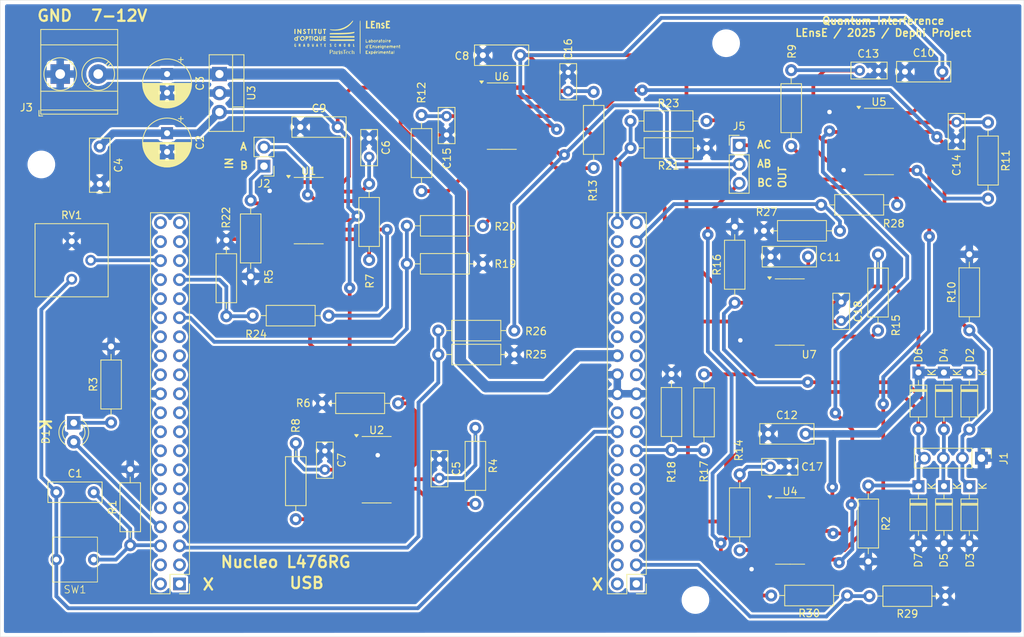
<source format=kicad_pcb>
(kicad_pcb (version 20240108) (generator "pcbnew") (generator_version "8.0")
  (layers (0 "F.Cu" signal) (31 "B.Cu" signal) (34 "B.Paste" user) (35 "F.Paste" user) (36 "B.SilkS" user "B.Silkscreen") (37 "F.SilkS" user "F.Silkscreen") (38 "B.Mask" user) (39 "F.Mask" user) (44 "Edge.Cuts" user))
  (net 0 "")
  (net 1 "GND")
  (net 2 "SW1_OUT")
  (net 3 "Net-(U2B-~{S})")
  (net 4 "VIN")
  (net 5 "5V_NUC")
  (net 6 "Net-(U1B-~{R})")
  (net 13 "3.3V_NUC")
  (net 14 "Net-(U2A-~{S})")
  (net 15 "Net-(U5A-~{S})")
  (net 16 "Net-(U5B-~{R})")
  (net 18 "POT_OUT")
  (net 20 "USER_BUTTON")
  (net 22 "LED_OUT")
  (net 34 "Net-(U6A-~{S})")
  (net 40 "Net-(U6B-~{R})")
  (net 41 "Net-(U4A-~{R})")
  (net 44 "Net-(U7B-~{S})")
  (net 45 "A2in")
  (net 46 "Net-(D1-K)")
  (net 47 "C2in")
  (net 50 "B2in")
  (net 59 "5V")
  (net 72 "A2out_nuc")
  (net 73 "AC2out_nuc")
  (net 78 "B2out_nuc")
  (net 82 "AB2out_nuc")
  (net 85 "ABCout_nuc")
  (net 87 "BC2out_nuc")
  (net 89 "Net-(U2B-Q)")
  (net 90 "Bin")
  (net 91 "Ain")
  (net 92 "Net-(U1B-~{Q})")
  (net 93 "Net-(U2A-Q)")
  (net 94 "Net-(U5A-Q)")
  (net 95 "Net-(U5B-~{Q})")
  (net 96 "Net-(U6A-Q)")
  (net 97 "Net-(U6B-~{Q})")
  (net 98 "Net-(U4A-~{Q})")
  (net 99 "Net-(U7B-Q)")
  (net 100 "B2out")
  (net 101 "A2out")
  (net 102 "C2out_nuc")
  (net 103 "C2out")
  (net 104 "ABCout")
  (net 105 "AB2out")
  (net 106 "AC2out")
  (net 107 "BC2out")
  (net 108 "Net-(U1A-Q)")
  (net 109 "Net-(U1A-~{Q})")
  (net 110 "Aout")
  (net 111 "Bout")
  (net 112 "Net-(U4A-C)")
  (net 113 "Net-(U4B-Q)")
  (net 114 "Net-(U4B-~{Q})")
  (net 115 "Net-(U7A-~{Q})")
  (footprint "Connector_PinHeader_2.54mm:PinHeader_2x20_P2.54mm_Vertical" (layer "F.Cu") (at 208.5 143.44 180)
    (property "Reference" "J4" (hide yes))
    (property "Value" "Morpho_Gauche" (hide yes))
  )
  (footprint "Connector_PinHeader_2.54mm:PinHeader_2x20_P2.54mm_Vertical" (layer "F.Cu") (at 147.460001 143.44 180)
    (property "Reference" "J7" (hide yes))
    (property "Value" "Morpho_Droite" (hide yes))
  )
  (footprint "Capacitor_THT:C_Rect_L4.6mm_W2.0mm_P2.50mm_MKS02_FKP02" (layer "F.Cu") (at 166.88 125.67 -90)
    (property "Reference" "C7")
    (property "Value" "220pF")
  )
  (footprint "Connector_PinHeader_2.54mm:PinHeader_1x03_P2.54mm_Vertical" (layer "F.Cu") (at 222.25 84.836)
    (property "Reference" "J5")
    (property "Value" "chan3_out")
  )
  (footprint "Potentiometer_THT:Potentiometer_Bourns_3386P_Vertical" (layer "F.Cu") (at 133.06 102.74)
    (property "Reference" "RV1")
    (property "Value" "22k")
  )
  (footprint "Capacitor_THT:C_Rect_L4.6mm_W2.0mm_P2.50mm_MKS02_FKP02" (layer "F.Cu") (at 182.2 126.8 -90)
    (property "Reference" "C5")
    (property "Value" "220pF")
  )
  (footprint "Resistor_THT:R_Axial_DIN0207_L6.3mm_D2.5mm_P10.16mm_Horizontal" (layer "F.Cu") (at 177.84 95.6)
    (property "Reference" "R20")
    (property "Value" "2.2k")
  )
  (footprint "LED_THT:LED_D3.0mm_Clear" (layer "F.Cu") (at 133.335 121.925 -90)
    (property "Reference" "D1")
    (property "Value" "LED")
  )
  (footprint "Resistor_THT:R_Axial_DIN0207_L6.3mm_D2.5mm_P10.16mm_Horizontal" (layer "F.Cu") (at 138.32 121.88 90)
    (property "Reference" "R3")
    (property "Value" "100")
  )
  (footprint "Resistor_THT:R_Axial_DIN0207_L6.3mm_D2.5mm_P10.16mm_Horizontal" (layer "F.Cu") (at 187 122.6 -90)
    (property "Reference" "R4")
    (property "Value" "1k")
  )
  (footprint "Resistor_THT:R_Axial_DIN0207_L6.3mm_D2.5mm_P10.16mm_Horizontal" (layer "F.Cu") (at 202.8 77.7 -90)
    (property "Reference" "R13")
    (property "Value" "1k")
  )
  (footprint "Capacitor_THT:C_Rect_L7.0mm_W2.5mm_P5.00mm" (layer "F.Cu") (at 244.4 75)
    (property "Reference" "C10")
    (property "Value" "100nF")
  )
  (footprint "Diode_THT:D_DO-35_SOD27_P7.62mm_Horizontal" (layer "F.Cu") (at 249.61 130.39 -90)
    (property "Reference" "D5")
    (property "Value" "1N4148")
  )
  (footprint "Package_SO:SO-14_3.9x8.65mm_P1.27mm" (layer "F.Cu") (at 164.725 93.565)
    (property "Reference" "U1")
    (property "Value" "74HCT74")
  )
  (footprint "Connector_PinHeader_2.54mm:PinHeader_1x04_P2.54mm_Vertical" (layer "F.Cu") (at 254.61 126.65 -90)
    (property "Reference" "J1")
    (property "Value" "Inputs")
  )
  (footprint "Capacitor_THT:C_Rect_L4.6mm_W2.0mm_P2.50mm_MKS02_FKP02" (layer "F.Cu") (at 240.85 74.85 180)
    (property "Reference" "C13")
    (property "Value" "220pF")
  )
  (footprint "Diode_THT:D_DO-35_SOD27_P7.62mm_Horizontal" (layer "F.Cu") (at 246.2 130.4 -90)
    (property "Reference" "D7")
    (property "Value" "1N4148")
  )
  (footprint "Capacitor_THT:C_Rect_L4.6mm_W2.0mm_P2.50mm_MKS02_FKP02" (layer "F.Cu") (at 172.8 83.9 -90)
    (property "Reference" "C6")
    (property "Value" "220pF")
  )
  (footprint "Resistor_THT:R_Axial_DIN0207_L6.3mm_D2.5mm_P10.16mm_Horizontal" (layer "F.Cu") (at 156.972 92.202 -90)
    (property "Reference" "R5")
    (property "Value" "50")
  )
  (footprint "Capacitor_THT:CP_Radial_D6.3mm_P2.50mm" (layer "F.Cu") (at 145.8 83.22 -90)
    (property "Reference" "C2")
    (property "Value" "100uF")
  )
  (footprint "Resistor_THT:R_Axial_DIN0207_L6.3mm_D2.5mm_P10.16mm_Horizontal" (layer "F.Cu") (at 225.552 96.266)
    (property "Reference" "R27")
    (property "Value" "3.3k")
  )
  (footprint "Resistor_THT:R_Axial_DIN0207_L6.3mm_D2.5mm_P10.16mm_Horizontal" (layer "F.Cu") (at 229.2 74.8 -90)
    (property "Reference" "R9")
    (property "Value" "1k")
  )
  (footprint "Resistor_THT:R_Axial_DIN0207_L6.3mm_D2.5mm_P10.16mm_Horizontal" (layer "F.Cu") (at 172.8 90 -90)
    (property "Reference" "R7")
    (property "Value" "1k")
  )
  (footprint "Resistor_THT:R_Axial_DIN0207_L6.3mm_D2.5mm_P10.16mm_Horizontal" (layer "F.Cu") (at 192.2 112.8 180)
    (property "Reference" "R25")
    (property "Value" "3.3k")
  )
  (footprint "Capacitor_THT:C_Rect_L4.6mm_W2.0mm_P2.50mm_MKS02_FKP02" (layer "F.Cu") (at 199.4 75.1 -90)
    (property "Reference" "C16")
    (property "Value" "220pF")
  )
  (footprint "Package_SO:SO-14_3.9x8.65mm_P1.27mm" (layer "F.Cu") (at 229.005 107.12)
    (property "Reference" "U7")
    (property "Value" "74HC74")
  )
  (footprint "Capacitor_THT:C_Rect_L7.0mm_W2.5mm_P5.00mm" (layer "F.Cu") (at 163.6 82.4)
    (property "Reference" "C9")
    (property "Value" "100nF")
  )
  (footprint "TerminalBlock_Phoenix:TerminalBlock_Phoenix_MKDS-3-2-5.08_1x02_P5.08mm_Horizontal" (layer "F.Cu") (at 131.52 75.32)
    (property "Reference" "J3")
    (property "Value" "POWER_IN")
  )
  (footprint "Resistor_THT:R_Axial_DIN0207_L6.3mm_D2.5mm_P10.16mm_Horizontal" (layer "F.Cu") (at 233.2 92.8)
    (property "Reference" "R28")
    (property "Value" "2.2k")
  )
  (footprint "Resistor_THT:R_Axial_DIN0207_L6.3mm_D2.5mm_P10.16mm_Horizontal" (layer "F.Cu") (at 182.04 109.6)
    (property "Reference" "R26")
    (property "Value" "2.2k")
  )
  (footprint "LEnsE:Logo_Small" (layer "F.Cu") (at 169.9 70.2)
    (property "Reference" "G***" (hide yes))
    (property "Value" "LOGO" (hide yes))
  )
  (footprint "Diode_THT:D_DO-35_SOD27_P7.62mm_Horizontal" (layer "F.Cu") (at 246.2 115.2 -90)
    (property "Reference" "D6")
    (property "Value" "1N4148")
  )
  (footprint "Resistor_THT:R_Axial_DIN0207_L6.3mm_D2.5mm_P10.16mm_Horizontal" (layer "F.Cu") (at 217.9 85.2 180)
    (property "Reference" "R21")
    (property "Value" "3.3k")
  )
  (footprint "Resistor_THT:R_Axial_DIN0207_L6.3mm_D2.5mm_P10.16mm_Horizontal" (layer "F.Cu") (at 140.88 138.28 90)
    (property "Reference" "R1")
    (property "Value" "8.2k")
  )
  (footprint "Resistor_THT:R_Axial_DIN0207_L6.3mm_D2.5mm_P10.16mm_Horizontal" (layer "F.Cu") (at 213.2 115.4 -90)
    (property "Reference" "R18")
    (property "Value" "3.3k")
  )
  (footprint "Resistor_THT:R_Axial_DIN0207_L6.3mm_D2.5mm_P10.16mm_Horizontal" (layer "F.Cu") (at 188 100.68 180)
    (property "Reference" "R19")
    (property "Value" "3.3k")
  )
  (footprint "Diode_THT:D_DO-35_SOD27_P7.62mm_Horizontal" (layer "F.Cu") (at 253 130.4 -90)
    (property "Reference" "D3")
    (property "Value" "1N4148")
  )
  (footprint "Diode_THT:D_DO-35_SOD27_P7.62mm_Horizontal" (layer "F.Cu") (at 249.6 115.2 -90)
    (property "Reference" "D4")
    (property "Value" "1N4148")
  )
  (footprint "" (layer "F.Cu") (at 220.5 71.2)
    (property "Reference" "")
    (property "Value" "")
  )
  (footprint "" (layer "F.Cu") (at 216.4 145.6)
    (property "Reference" "")
    (property "Value" "")
  )
  (footprint "Connector_PinHeader_2.54mm:PinHeader_1x02_P2.54mm_Vertical" (layer "F.Cu") (at 158.75 87.63 180)
    (property "Reference" "J2")
    (property "Value" "chan2_in")
  )
  (footprint "LEnsE:Switch" (layer "F.Cu") (at 133.5 144.7)
    (property "Reference" "SW1")
    (property "Value" "SW_1")
  )
  (footprint "Resistor_THT:R_Axial_DIN0207_L6.3mm_D2.5mm_P10.16mm_Horizontal" (layer "F.Cu") (at 166.52 119.32)
    (property "Reference" "R6")
    (property "Value" "50")
  )
  (footprint "Package_SO:SO-14_3.9x8.65mm_P1.27mm" (layer "F.Cu") (at 190.525 80.94)
    (property "Reference" "U6")
    (property "Value" "74HC74")
  )
  (footprint "Resistor_THT:R_Axial_DIN0207_L6.3mm_D2.5mm_P10.16mm_Horizontal" (layer "F.Cu") (at 163 124.64 -90)
    (property "Reference" "R8")
    (property "Value" "1k")
  )
  (footprint "Capacitor_THT:C_Rect_L4.6mm_W2.0mm_P2.50mm_MKS02_FKP02" (layer "F.Cu") (at 251.3 84.25 90)
    (property "Reference" "C14")
    (property "Value" "220pF")
  )
  (footprint "Capacitor_THT:CP_Radial_D6.3mm_P2.50mm" (layer "F.Cu") (at 145.8 75.32 -90)
    (property "Reference" "C3")
    (property "Value" "100uF")
  )
  (footprint "Resistor_THT:R_Axial_DIN0207_L6.3mm_D2.5mm_P10.16mm_Horizontal" (layer "F.Cu") (at 222.32 128.8 -90)
    (property "Reference" "R14")
    (property "Value" "1k")
  )
  (footprint "Package_SO:SO-14_3.9x8.65mm_P1.27mm" (layer "F.Cu") (at 173.805 128.19)
    (property "Reference" "U2")
    (property "Value" "74HCT74")
  )
  (footprint "Package_SO:SO-14_3.9x8.65mm_P1.27mm" (layer "F.Cu") (at 229.045 136.38)
    (property "Reference" "U4")
    (property "Value" "74HC74")
  )
  (footprint "Capacitor_THT:C_Rect_L4.6mm_W2.0mm_P2.50mm_MKS02_FKP02" (layer "F.Cu") (at 228.92 127.8 180)
    (property "Reference" "C17")
    (property "Value" "220pF")
  )
  (footprint "Capacitor_THT:C_Rect_L7.0mm_W2.5mm_P5.00mm" (layer "F.Cu") (at 193 72.8 180)
    (property "Reference" "C8")
    (property "Value" "100nF")
  )
  (footprint "Capacitor_THT:C_Rect_L4.6mm_W2.0mm_P2.50mm_MKS02_FKP02" (layer "F.Cu") (at 235.88 105.78 -90)
    (property "Reference" "C18")
    (property "Value" "220pF")
  )
  (footprint "Resistor_THT:R_Axial_DIN0207_L6.3mm_D2.5mm_P10.16mm_Horizontal" (layer "F.Cu") (at 221.65 105.88 90)
    (property "Reference" "R16")
    (property "Value" "50")
  )
  (footprint "Package_SO:SO-14_3.9x8.65mm_P1.27mm" (layer "F.Cu") (at 240.925 84.33)
    (property "Reference" "U5")
    (property "Value" "74HC74")
  )
  (footprint "Capacitor_THT:C_Rect_L7.0mm_W2.5mm_P5.00mm" (layer "F.Cu") (at 226.45 99.72)
    (property "Reference" "C11")
    (property "Value" "100nF")
  )
  (footprint "Resistor_THT:R_Axial_DIN0207_L6.3mm_D2.5mm_P10.16mm_Horizontal" (layer "F.Cu") (at 179.8 80.8 -90)
    (property "Reference" "R12")
    (property "Value" "1k")
  )
  (footprint "Resistor_THT:R_Axial_DIN0207_L6.3mm_D2.5mm_P10.16mm_Horizontal" (layer "F.Cu") (at 153.72 97.52 -90)
    (property "Reference" "R22")
    (property "Value" "3.3k")
  )
  (footprint "Capacitor_THT:C_Rect_L7.0mm_W2.5mm_P5.00mm" (layer "F.Cu") (at 136.8 85 -90)
    (property "Reference" "C4")
    (property "Value" "100nF")
  )
  (footprint "Package_TO_SOT_THT:TO-220-3_Vertical" (layer "F.Cu") (at 152.8 75.32 -90)
    (property "Reference" "U3")
    (property "Value" "LM7805_TO220")
  )
  (footprint "Resistor_THT:R_Axial_DIN0207_L6.3mm_D2.5mm_P10.16mm_Horizontal" (layer "F.Cu") (at 236.68 145 180)
    (property "Reference" "R30")
    (property "Value" "2.2k")
  )
  (footprint "Capacitor_THT:C_Rect_L7.0mm_W2.5mm_P5.00mm" (layer "F.Cu") (at 131 131.2)
    (property "Reference" "C1")
    (property "Value" "10nF")
  )
  (footprint "Resistor_THT:R_Axial_DIN0207_L6.3mm_D2.5mm_P10.16mm_Horizontal" (layer "F.Cu") (at 253 109.56 90)
    (property "Reference" "R10")
    (property "Value" "50")
  )
  (footprint "MountingHole:MountingHole_3.2mm_M3" (layer "F.Cu") (at 129 87.4 90)
    (property "Reference" "M" (hide yes))
    (property "Value" "MountingHole_3.2mm_M3" (hide yes))
  )
  (footprint "Capacitor_THT:C_Rect_L7.0mm_W2.5mm_P5.00mm" (layer "F.Cu") (at 226.12 123.4)
    (property "Reference" "C12")
    (property "Value" "100nF")
  )
  (footprint "Diode_THT:D_DO-35_SOD27_P7.62mm_Horizontal" (layer "F.Cu") (at 253 115.2 -90)
    (property "Reference" "D2")
    (property "Value" "1N4148")
  )
  (footprint "Resistor_THT:R_Axial_DIN0207_L6.3mm_D2.5mm_P10.16mm_Horizontal" (layer "F.Cu") (at 240.8 99.44 -90)
    (property "Reference" "R15")
    (property "Value" "1k")
  )
  (footprint "Capacitor_THT:C_Rect_L4.6mm_W2.0mm_P2.50mm_MKS02_FKP02" (layer "F.Cu") (at 183.15 83.45 90)
    (property "Reference" "C15")
    (property "Value" "220pF")
  )
  (footprint "Resistor_THT:R_Axial_DIN0207_L6.3mm_D2.5mm_P10.16mm_Horizontal" (layer "F.Cu") (at 255.5 81.8 -90)
    (property "Reference" "R11")
    (property "Value" "1k")
  )
  (footprint "Resistor_THT:R_Axial_DIN0207_L6.3mm_D2.5mm_P10.16mm_Horizontal" (layer "F.Cu") (at 249.8 145.08 180)
    (property "Reference" "R29")
    (property "Value" "3.3k")
  )
  (footprint "Resistor_THT:R_Axial_DIN0207_L6.3mm_D2.5mm_P10.16mm_Horizontal" (layer "F.Cu") (at 207.72 81.6)
    (property "Reference" "R23")
    (property "Value" "2.2k")
  )
  (footprint "Resistor_THT:R_Axial_DIN0207_L6.3mm_D2.5mm_P10.16mm_Horizontal" (layer "F.Cu") (at 217.551 125.603 90)
    (property "Reference" "R17")
    (property "Value" "2.2k")
  )
  (footprint "Resistor_THT:R_Axial_DIN0207_L6.3mm_D2.5mm_P10.16mm_Horizontal" (layer "F.Cu") (at 157.24 107.6)
    (property "Reference" "R24")
    (property "Value" "2.2k")
  )
  (footprint "Resistor_THT:R_Axial_DIN0207_L6.3mm_D2.5mm_P10.16mm_Horizontal" (layer "F.Cu") (at 239.5 130.3 -90)
    (property "Reference" "R2")
    (property "Value" "50")
  )
  (gr_rect (start 123.5 65.45) (end 260.3 150.5) (stroke (width 0.05)) (fill none) (layer "Edge.Cuts"))
  (gr_text "OUT" (at 228.6 90.678 90) (layer "F.SilkS") (effects (font (size 1 1) (thickness 0.2) (bold yes)) (justify left bottom)))
  (gr_text "Nucleo L476RG" (at 152.8 141.4 0) (layer "F.SilkS") (effects (font (size 1.5 1.5) (thickness 0.3) (bold yes)) (justify left bottom)))
  (gr_text "B" (at 155.448 88.138 0) (layer "F.SilkS") (effects (font (size 1 1) (thickness 0.2) (bold yes)) (justify left bottom)))
  (gr_text "K" (at 128.6 121.2 -90) (layer "F.SilkS") (effects (font (size 1.5 1.5) (thickness 0.3) (bold yes)) (justify left bottom)))
  (gr_text "A" (at 155.448 85.598 0) (layer "F.SilkS") (effects (font (size 1 1) (thickness 0.2) (bold yes)) (justify left bottom)))
  (gr_text "X" (at 202.4 144.4 0) (layer "F.SilkS") (effects (font (size 1.5 1.5) (thickness 0.3) (bold yes)) (justify left bottom)))
  (gr_text "IN" (at 154.686 88.138 90) (layer "F.SilkS") (effects (font (size 1 1) (thickness 0.2) (bold yes)) (justify left bottom)))
  (gr_text "BC" (at 224.536 90.424 0) (layer "F.SilkS") (effects (font (size 1 1) (thickness 0.2) (bold yes)) (justify left bottom)))
  (gr_text "X" (at 150.4 144.4 0) (layer "F.SilkS") (effects (font (size 1.5 1.5) (thickness 0.3) (bold yes)) (justify left bottom)))
  (gr_text "AB" (at 224.536 87.884 0) (layer "F.SilkS") (effects (font (size 1 1) (thickness 0.2) (bold yes)) (justify left bottom)))
  (gr_text "Quantum Interference\nLEnsE / 2025 / Dephi Project" (at 241.5 70.4 0) (layer "F.SilkS") (effects (font (size 1 1) (thickness 0.2) (bold yes)) (justify bottom)))
  (gr_text "7-12V" (at 135.5 68.4 0) (layer "F.SilkS") (effects (font (size 1.5 1.5) (thickness 0.3) (bold yes)) (justify left bottom)))
  (gr_text "AC\n" (at 224.536 85.344 0) (layer "F.SilkS") (effects (font (size 1 1) (thickness 0.2) (bold yes)) (justify left bottom)))
  (gr_text "USB" (at 162 144.2 0) (layer "F.SilkS") (effects (font (size 1.5 1.5) (thickness 0.3) (bold yes)) (justify left bottom)))
  (gr_text "GND" (at 128.3 68.4 0) (layer "F.SilkS") (effects (font (size 1.5 1.5) (thickness 0.3) (bold yes)) (justify left bottom)))
  (segment (start 226.57 140.19) (end 228.618 140.19) (width 0.5) (layer "F.Cu") (net 1))
  (segment (start 186.2 85.1) (end 186.2 98.9) (width 0.5) (layer "F.Cu") (net 1))
  (segment (start 162.25 91.025) (end 160.825 91.025) (width 0.5) (layer "F.Cu") (net 1))
  (segment (start 226.53 110.93) (end 224.33 110.93) (width 0.5) (layer "F.Cu") (net 1))
  (segment (start 235.714 81.79) (end 234.315 80.391) (width 0.5) (layer "F.Cu") (net 1))
  (segment (start 187.98 100.68) (end 188 100.68) (width 0.5) (layer "F.Cu") (net 1))
  (segment (start 176.28 126.92) (end 174.62 126.92) (width 0.5) (layer "F.Cu") (net 1))
  (segment (start 177 82.2) (end 178.25 83.45) (width 0.5) (layer "F.Cu") (net 1))
  (segment (start 231.48 105.85) (end 235.81 105.85) (width 0.5) (layer "F.Cu") (net 1))
  (segment (start 228.18 104.58) (end 229.45 105.85) (width 0.5) (layer "F.Cu") (net 1))
  (segment (start 236.217198 88.14) (end 236.199198 88.158) (width 0.5) (layer "F.Cu") (net 1))
  (segment (start 178 78.4) (end 177 79.4) (width 0.5) (layer "F.Cu") (net 1))
  (segment (start 188.05 78.4) (end 178 78.4) (width 0.5) (layer "F.Cu") (net 1))
  (segment (start 226.57 140.19) (end 224.427 140.19) (width 0.5) (layer "F.Cu") (net 1))
  (segment (start 186.2 98.9) (end 187.98 100.68) (width 0.5) (layer "F.Cu") (net 1))
  (segment (start 177.9 126.9) (end 177.88 126.92) (width 0.5) (layer "F.Cu") (net 1))
  (segment (start 224.7 104.6) (end 224.72 104.58) (width 0.5) (layer "F.Cu") (net 1))
  (segment (start 160.825 91.025) (end 159.605 91.025) (width 0.5) (layer "F.Cu") (net 1))
  (segment (start 174.62 126.92) (end 173.35 125.65) (width 0.5) (layer "F.Cu") (net 1))
  (segment (start 171.1 132) (end 169.8 132) (width 0.5) (layer "F.Cu") (net 1))
  (segment (start 173.35 125.65) (end 171.33 125.65) (width 0.5) (layer "F.Cu") (net 1))
  (segment (start 173.5 132) (end 173.95 131.55) (width 0.5) (layer "F.Cu") (net 1))
  (segment (start 229.108 139.7) (end 229.108 136.547001) (width 0.5) (layer "F.Cu") (net 1))
  (segment (start 170.05 125.65) (end 170 125.6) (width 0.5) (layer "F.Cu") (net 1))
  (segment (start 160.825 91.025) (end 160.8 91) (width 0.5) (layer "F.Cu") (net 1))
  (segment (start 176.28 126.92) (end 177.88 126.92) (width 0.5) (layer "F.Cu") (net 1))
  (segment (start 173.95 131.55) (end 173.95 126.25) (width 0.5) (layer "F.Cu") (net 1))
  (segment (start 153.865 97.375) (end 153.72 97.52) (width 0.5) (layer "F.Cu") (net 1))
  (segment (start 223.901 140.716) (end 223.901 141.478) (width 0.5) (layer "F.Cu") (net 1))
  (segment (start 171.33 125.65) (end 170.05 125.65) (width 0.5) (layer "F.Cu") (net 1))
  (segment (start 177 79.4) (end 177 82.2) (width 0.5) (layer "F.Cu") (net 1))
  (segment (start 159.605 91.025) (end 159.512 90.932) (width 0.5) (layer "F.Cu") (net 1))
  (segment (start 238.45 81.79) (end 235.714 81.79) (width 0.5) (layer "F.Cu") (net 1))
  (segment (start 238.45 88.14) (end 236.217198 88.14) (width 0.5) (layer "F.Cu") (net 1))
  (segment (start 186.55 84.75) (end 186.2 85.1) (width 0.5) (layer "F.Cu") (net 1))
  (segment (start 235.81 105.85) (end 235.88 105.78) (width 0.5) (layer "F.Cu") (net 1))
  (segment (start 226.53 104.58) (end 228.18 104.58) (width 0.5) (layer "F.Cu") (net 1))
  (segment (start 162.25 97.375) (end 153.865 97.375) (width 0.5) (layer "F.Cu") (net 1))
  (segment (start 171.33 132) (end 171.1 132) (width 0.5) (layer "F.Cu") (net 1))
  (segment (start 224.3 110.9) (end 222.4 110.9) (width 0.5) (layer "F.Cu") (net 1))
  (segment (start 229.108 136.547001) (end 230.545001 135.11) (width 0.5) (layer "F.Cu") (net 1))
  (segment (start 226.53 104.58) (end 224.72 104.58) (width 0.5) (layer "F.Cu") (net 1))
  (segment (start 231.52 135.11) (end 233.154 135.11) (width 0.5) (layer "F.Cu") (net 1))
  (segment (start 224.427 140.19) (end 223.901 140.716) (width 0.5) (layer "F.Cu") (net 1))
  (segment (start 171.33 132) (end 173.5 132) (width 0.5) (layer "F.Cu") (net 1))
  (segment (start 229.45 105.85) (end 231.48 105.85) (width 0.5) (layer "F.Cu") (net 1))
  (segment (start 224.33 110.93) (end 224.3 110.9) (width 0.5) (layer "F.Cu") (net 1))
  (segment (start 230.545001 135.11) (end 231.52 135.11) (width 0.5) (layer "F.Cu") (net 1))
  (segment (start 178.25 83.45) (end 183.15 83.45) (width 0.5) (layer "F.Cu") (net 1))
  (segment (start 228.618 140.19) (end 229.108 139.7) (width 0.5) (layer "F.Cu") (net 1))
  (segment (start 188.05 84.75) (end 186.55 84.75) (width 0.5) (layer "F.Cu") (net 1))
  (via (at 222.4 110.9) (size 1.5) (drill 0.6) (layers "F.Cu" "B.Cu") (net 1))
  (via (at 223.901 141.478) (size 1.5) (drill 0.6) (layers "F.Cu" "B.Cu") (net 1))
  (via (at 234.315 80.391) (size 1.5) (drill 0.6) (layers "F.Cu" "B.Cu") (net 1))
  (via (at 173.95 126.25) (size 1.5) (drill 0.6) (layers "F.Cu" "B.Cu") (net 1))
  (via (at 159.512 90.932) (size 1.5) (drill 0.6) (layers "F.Cu" "B.Cu") (net 1))
  (via (at 236.199198 88.158) (size 1.5) (drill 0.6) (layers "F.Cu" "B.Cu") (net 1))
  (segment (start 144.840001 138.28) (end 144.920001 138.36) (width 1) (layer "B.Cu") (net 2))
  (segment (start 136 140.2) (end 138.96 140.2) (width 0.5) (layer "B.Cu") (net 2))
  (segment (start 138.96 140.2) (end 140.88 138.28) (width 0.5) (layer "B.Cu") (net 2))
  (segment (start 140.88 138.28) (end 140.88 136.08) (width 0.5) (layer "B.Cu") (net 2))
  (segment (start 140.88 136.08) (end 136 131.2) (width 0.5) (layer "B.Cu") (net 2))
  (segment (start 140.88 138.28) (end 144.840001 138.28) (width 0.5) (layer "B.Cu") (net 2))
  (segment (start 182.04 129.46) (end 182.2 129.3) (width 0.5) (layer "F.Cu") (net 3))
  (segment (start 176.28 129.46) (end 182.04 129.46) (width 0.5) (layer "F.Cu") (net 3))
  (segment (start 182.2 129.3) (end 185.3 129.3) (width 0.5) (layer "B.Cu") (net 3))
  (segment (start 185.3 129.3) (end 187 127.6) (width 0.5) (layer "B.Cu") (net 3))
  (segment (start 187 127.6) (end 187 122.6) (width 0.5) (layer "B.Cu") (net 3))
  (segment (start 152.8 75.32) (end 169.12 75.32) (width 1.5) (layer "B.Cu") (net 4))
  (segment (start 185 91.2) (end 185 113.7) (width 1.5) (layer "B.Cu") (net 4))
  (segment (start 200.64 112.96) (end 205.96 112.96) (width 1.5) (layer "B.Cu") (net 4))
  (segment (start 145.8 75.32) (end 152.8 75.32) (width 1.5) (layer "B.Cu") (net 4))
  (segment (start 188.4 117.1) (end 196.5 117.1) (width 1.5) (layer "B.Cu") (net 4))
  (segment (start 196.5 117.1) (end 200.64 112.96) (width 1.5) (layer "B.Cu") (net 4))
  (segment (start 169.12 75.32) (end 185 91.2) (width 1.5) (layer "B.Cu") (net 4))
  (segment (start 136.6 75.32) (end 145.8 75.32) (width 1.5) (layer "B.Cu") (net 4))
  (segment (start 185 113.7) (end 188.4 117.1) (width 1.5) (layer "B.Cu") (net 4))
  (segment (start 172.8 90) (end 171.775 91.025) (width 0.5) (layer "F.Cu") (net 6))
  (segment (start 171.775 91.025) (end 167.2 91.025) (width 0.5) (layer "F.Cu") (net 6))
  (segment (start 172.8 86.4) (end 172.8 90) (width 0.5) (layer "B.Cu") (net 6))
  (segment (start 172.8 86.9) (end 172.75 86.85) (width 0.5) (layer "B.Cu") (net 6))
  (segment (start 132.6 146.7) (end 131 145.1) (width 0.5) (layer "B.Cu") (net 13))
  (segment (start 131 140.2) (end 131 131.2) (width 0.5) (layer "B.Cu") (net 13))
  (segment (start 131 131.2) (end 129 129.2) (width 0.5) (layer "B.Cu") (net 13))
  (segment (start 202.88 123.12) (end 179.3 146.7) (width 0.5) (layer "B.Cu") (net 13))
  (segment (start 131 145.1) (end 131 140.2) (width 0.5) (layer "B.Cu") (net 13))
  (segment (start 179.3 146.7) (end 132.6 146.7) (width 0.5) (layer "B.Cu") (net 13))
  (segment (start 129 106.8) (end 133.06 102.74) (width 0.5) (layer "B.Cu") (net 13))
  (segment (start 205.96 123.12) (end 202.88 123.12) (width 0.5) (layer "B.Cu") (net 13))
  (segment (start 129 129.2) (end 129 106.8) (width 0.5) (layer "B.Cu") (net 13))
  (segment (start 166.9 128.19) (end 166.88 128.17) (width 0.5) (layer "F.Cu") (net 14))
  (segment (start 171.33 128.19) (end 166.9 128.19) (width 0.5) (layer "F.Cu") (net 14))
  (segment (start 163 124.64) (end 163 127) (width 0.5) (layer "B.Cu") (net 14))
  (segment (start 163 127) (end 164.17 128.17) (width 0.5) (layer "B.Cu") (net 14))
  (segment (start 164.17 128.17) (end 166.88 128.17) (width 0.5) (layer "B.Cu") (net 14))
  (segment (start 238.45 84.33) (end 233.555 84.33) (width 0.5) (layer "F.Cu") (net 15))
  (segment (start 232.156 76.327) (end 233.633 74.85) (width 0.5) (layer "F.Cu") (net 15))
  (segment (start 233.633 74.85) (end 238.35 74.85) (width 0.5) (layer "F.Cu") (net 15))
  (segment (start 233.555 84.33) (end 232.156 82.931) (width 0.5) (layer "F.Cu") (net 15))
  (segment (start 232.156 82.931) (end 232.156 76.327) (width 0.5) (layer "F.Cu") (net 15))
  (segment (start 229.2 74.8) (end 238.3 74.8) (width 0.5) (layer "B.Cu") (net 15))
  (segment (start 238.3 74.8) (end 238.35 74.85) (width 0.5) (layer "B.Cu") (net 15))
  (segment (start 243.4 81.79) (end 251.26 81.79) (width 0.5) (layer "F.Cu") (net 16))
  (segment (start 251.26 81.79) (end 251.3 81.75) (width 0.5) (layer "F.Cu") (net 16))
  (segment (start 251.35 81.75) (end 251.4 81.8) (width 0.5) (layer "B.Cu") (net 16))
  (segment (start 251.3 81.75) (end 255.45 81.75) (width 0.5) (layer "B.Cu") (net 16))
  (segment (start 255.45 81.75) (end 255.5 81.8) (width 0.5) (layer "B.Cu") (net 16))
  (segment (start 135.6 100.2) (end 144.860001 100.2) (width 0.5) (layer "B.Cu") (net 18))
  (segment (start 144.860001 100.2) (end 144.920001 100.26) (width 1) (layer "B.Cu") (net 18))
  (segment (start 133.335 124.465) (end 144.69 135.82) (width 0.5) (layer "B.Cu") (net 22))
  (segment (start 144.69 135.82) (end 144.920001 135.82) (width 1) (layer "B.Cu") (net 22))
  (segment (start 183.16 80.94) (end 183.15 80.95) (width 0.5) (layer "F.Cu") (net 34))
  (segment (start 188.05 80.94) (end 183.16 80.94) (width 0.5) (layer "F.Cu") (net 34))
  (segment (start 183.15 80.95) (end 179.95 80.95) (width 0.5) (layer "B.Cu") (net 34))
  (segment (start 179.95 80.95) (end 179.8 80.8) (width 0.5) (layer "B.Cu") (net 34))
  (segment (start 195.7 78.4) (end 196.5 77.6) (width 0.5) (layer "F.Cu") (net 40))
  (segment (start 193 78.4) (end 195.7 78.4) (width 0.5) (layer "F.Cu") (net 40))
  (segment (start 196.5 77.6) (end 199.4 77.6) (width 0.5) (layer "F.Cu") (net 40))
  (segment (start 202.7 77.6) (end 202.8 77.7) (width 0.5) (layer "B.Cu") (net 40))
  (segment (start 199.4 77.6) (end 202.7 77.6) (width 0.5) (layer "B.Cu") (net 40))
  (segment (start 224.77 132.57) (end 222.32 130.12) (width 0.5) (layer "F.Cu") (net 41))
  (segment (start 226.57 132.57) (end 224.77 132.57) (width 0.5) (layer "F.Cu") (net 41))
  (segment (start 222.32 130.12) (end 222.32 128.8) (width 0.5) (layer "F.Cu") (net 41))
  (segment (start 223.32 127.8) (end 226.42 127.8) (width 0.5) (layer "B.Cu") (net 41))
  (segment (start 222.32 128.8) (end 223.32 127.8) (width 0.5) (layer "B.Cu") (net 41))
  (segment (start 231.48 108.39) (end 235.77 108.39) (width 0.5) (layer "F.Cu") (net 44))
  (segment (start 235.77 108.39) (end 235.88 108.28) (width 0.5) (layer "F.Cu") (net 44))
  (segment (start 235.88 108.28) (end 236.42 108.28) (width 0.5) (layer "B.Cu") (net 44))
  (segment (start 236.42 108.28) (end 240.8 103.9) (width 0.5) (layer "B.Cu") (net 44))
  (segment (start 240.8 103.9) (end 240.8 99.44) (width 0.5) (layer "B.Cu") (net 44))
  (segment (start 243.4 83.06) (end 248.033 83.06) (width 0.5) (layer "F.Cu") (net 45))
  (segment (start 206.73 77.47) (end 209.296 77.47) (width 0.5) (layer "F.Cu") (net 45))
  (segment (start 193 79.67) (end 204.556014 79.67) (width 0.5) (layer "F.Cu") (net 45))
  (segment (start 248.033 83.06) (end 248.666 83.693) (width 0.5) (layer "F.Cu") (net 45))
  (segment (start 249.682 106.242) (end 249.682 84.709) (width 0.5) (layer "F.Cu") (net 45))
  (segment (start 249.682 84.709) (end 248.666 83.693) (width 0.5) (layer "F.Cu") (net 45))
  (segment (start 253 109.56) (end 249.682 106.242) (width 0.5) (layer "F.Cu") (net 45))
  (segment (start 204.6 79.6) (end 206.73 77.47) (width 0.5) (layer "F.Cu") (net 45))
  (segment (start 188.05 79.67) (end 193 79.67) (width 0.5) (layer "F.Cu") (net 45))
  (via (at 209.296 77.47) (size 1.5) (drill 0.6) (layers "F.Cu" "B.Cu") (net 45))
  (via (at 248.666 83.693) (size 1.5) (drill 0.6) (layers "F.Cu" "B.Cu") (net 45))
  (segment (start 255.6 112.16) (end 253 109.56) (width 0.5) (layer "B.Cu") (net 45))
  (segment (start 252.07 126.65) (end 252.07 123.75) (width 0.5) (layer "B.Cu") (net 45))
  (segment (start 209.296 77.47) (end 242.443 77.47) (width 0.5) (layer "B.Cu") (net 45))
  (segment (start 253 130.4) (end 252.07 129.47) (width 0.5) (layer "B.Cu") (net 45))
  (segment (start 253 122.82) (end 255.6 120.22) (width 0.5) (layer "B.Cu") (net 45))
  (segment (start 255.6 120.22) (end 255.6 112.16) (width 0.5) (layer "B.Cu") (net 45))
  (segment (start 252.07 123.75) (end 253 122.82) (width 0.5) (layer "B.Cu") (net 45))
  (segment (start 252.07 129.47) (end 252.07 126.65) (width 0.5) (layer "B.Cu") (net 45))
  (segment (start 242.443 77.47) (end 248.666 83.693) (width 0.5) (layer "B.Cu") (net 45))
  (segment (start 133.335 121.925) (end 138.275 121.925) (width 0.5) (layer "B.Cu") (net 46))
  (segment (start 138.275 121.925) (end 138.32 121.88) (width 1) (layer "B.Cu") (net 46))
  (segment (start 225.044 119.126) (end 232.674 119.126) (width 0.5) (layer "F.Cu") (net 47))
  (segment (start 231.52 136.38) (end 234.48 136.38) (width 0.5) (layer "F.Cu") (net 47))
  (segment (start 236.426 136.7) (end 239.5 133.626) (width 0.5) (layer "F.Cu") (net 47))
  (segment (start 226.57 133.84) (end 221.94 133.84) (width 0.5) (layer "F.Cu") (net 47))
  (segment (start 232.674 119.126) (end 234 117.8) (width 0.5) (layer "F.Cu") (net 47))
  (segment (start 221.94 133.84) (end 220.5 132.4) (width 0.5) (layer "F.Cu") (net 47))
  (segment (start 234 117.8) (end 243.7 117.8) (width 0.5) (layer "F.Cu") (net 47))
  (segment (start 223.774 120.396) (end 225.044 119.126) (width 0.5) (layer "F.Cu") (net 47))
  (segment (start 246.2 120.3) (end 246.2 122.82) (width 0.5) (layer "F.Cu") (net 47))
  (segment (start 223.774 124.206) (end 223.774 120.396) (width 0.5) (layer "F.Cu") (net 47))
  (segment (start 234.48 136.38) (end 234.8 136.7) (width 0.5) (layer "F.Cu") (net 47))
  (segment (start 220.5 132.4) (end 220.5 127.48) (width 0.5) (layer "F.Cu") (net 47))
  (segment (start 234.8 136.7) (end 236.426 136.7) (width 0.5) (layer "F.Cu") (net 47))
  (segment (start 220.5 127.48) (end 223.774 124.206) (width 0.5) (layer "F.Cu") (net 47))
  (segment (start 243.7 117.8) (end 246.2 120.3) (width 0.5) (layer "F.Cu") (net 47))
  (segment (start 239.5 133.626) (end 239.5 130.3) (width 0.5) (layer "F.Cu") (net 47))
  (via (at 234.8 136.7) (size 1.5) (drill 0.6) (layers "F.Cu" "B.Cu") (net 47))
  (segment (start 246.2 125.86) (end 246.99 126.65) (width 0.5) (layer "B.Cu") (net 47))
  (segment (start 246.1 130.3) (end 246.2 130.4) (width 0.5) (layer "B.Cu") (net 47))
  (segment (start 246.99 126.65) (end 246.2 127.44) (width 0.5) (layer "B.Cu") (net 47))
  (segment (start 246.2 122.82) (end 246.2 125.86) (width 0.5) (layer "B.Cu") (net 47))
  (segment (start 239.5 130.3) (end 246.1 130.3) (width 0.5) (layer "B.Cu") (net 47))
  (segment (start 246.2 127.44) (end 246.2 130.4) (width 0.5) (layer "B.Cu") (net 47))
  (segment (start 231.4 116.5) (end 244.5 116.5) (width 0.5) (layer "F.Cu") (net 50))
  (segment (start 226.5 105.88) (end 226.53 105.85) (width 0.5) (layer "F.Cu") (net 50))
  (segment (start 249.6 121.6) (end 249.6 122.82) (width 0.5) (layer "F.Cu") (net 50))
  (segment (start 244.5 116.5) (end 249.6 121.6) (width 0.5) (layer "F.Cu") (net 50))
  (segment (start 221.65 105.88) (end 226.5 105.88) (width 0.5) (layer "F.Cu") (net 50))
  (via (at 231.4 116.5) (size 1.5) (drill 0.6) (layers "F.Cu" "B.Cu") (net 50))
  (segment (start 249.6 122.82) (end 249.6 126.58) (width 0.5) (layer "B.Cu") (net 50))
  (segment (start 220.2 112.123) (end 220.2 107.33) (width 0.5) (layer "B.Cu") (net 50))
  (segment (start 249.6 126.58) (end 249.53 126.65) (width 0.5) (layer "B.Cu") (net 50))
  (segment (start 224.577 116.5) (end 220.2 112.123) (width 0.5) (layer "B.Cu") (net 50))
  (segment (start 231.4 116.5) (end 224.577 116.5) (width 0.5) (layer "B.Cu") (net 50))
  (segment (start 249.53 126.65) (end 249.53 130.31) (width 0.5) (layer "B.Cu") (net 50))
  (segment (start 249.53 130.31) (end 249.61 130.39) (width 0.5) (layer "B.Cu") (net 50))
  (segment (start 220.2 107.33) (end 221.65 105.88) (width 0.5) (layer "B.Cu") (net 50))
  (segment (start 193 82.21) (end 197.376 82.21) (width 0.5) (layer "F.Cu") (net 59))
  (segment (start 231.52 132.57) (end 233.77 132.57) (width 0.5) (layer "F.Cu") (net 59))
  (segment (start 176.28 125.65) (end 176.28 124.38) (width 0.5) (layer "F.Cu") (net 59))
  (segment (start 227.983 136.38) (end 228.854 135.509) (width 0.5) (layer "F.Cu") (net 59))
  (segment (start 170.28 124.38) (end 171.33 124.38) (width 0.5) (layer "F.Cu") (net 59))
  (segment (start 228.854 135.509) (end 228.854 133.746) (width 0.5) (layer "F.Cu") (net 59))
  (segment (start 241.173 80.52) (end 241.173 84.963) (width 0.5) (layer "F.Cu") (net 59))
  (segment (start 170.47 77.13) (end 168.6 79) (width 0.5) (layer "F.Cu") (net 59))
  (segment (start 197.376 82.21) (end 197.866 82.7) (width 0.5) (layer "F.Cu") (net 59))
  (segment (start 193 77.13) (end 188.05 77.13) (width 0.5) (layer "F.Cu") (net 59))
  (segment (start 243.4 80.52) (end 241.173 80.52) (width 0.5) (layer "F.Cu") (net 59))
  (segment (start 162.25 89.755) (end 160.845 89.755) (width 0.5) (layer "F.Cu") (net 59))
  (segment (start 195 73.7) (end 194.1 72.8) (width 0.5) (layer "F.Cu") (net 59))
  (segment (start 211.7 72.8) (end 193 72.8) (width 0.5) (layer "F.Cu") (net 59))
  (segment (start 246.2 107) (end 246.2 115.2) (width 0.5) (layer "F.Cu") (net 59))
  (segment (start 245.38 80.52) (end 243.4 80.52) (width 0.5) (layer "F.Cu") (net 59))
  (segment (start 231.48 103.31) (end 231.48 99.75) (width 0.5) (layer "F.Cu") (net 59))
  (segment (start 231.52 132.57) (end 231.52 133.84) (width 0.5) (layer "F.Cu") (net 59))
  (segment (start 170.1 89) (end 170.1 83.9) (width 0.5) (layer "F.Cu") (net 59))
  (segment (start 232.99 103.31) (end 233.1 103.2) (width 0.5) (layer "F.Cu") (net 59))
  (segment (start 226.53 103.31) (end 218.88 103.31) (width 0.5) (layer "F.Cu") (net 59))
  (segment (start 231.52 133.84) (end 233.408 133.84) (width 0.5) (layer "F.Cu") (net 59))
  (segment (start 241.81 85.6) (end 243.4 85.6) (width 0.5) (layer "F.Cu") (net 59))
  (segment (start 241.173 80.52) (end 240.8 80.52) (width 0.5) (layer "F.Cu") (net 59))
  (segment (start 188.05 77.13) (end 170.47 77.13) (width 0.5) (layer "F.Cu") (net 59))
  (segment (start 195 76.7) (end 195 73.7) (width 0.5) (layer "F.Cu") (net 59))
  (segment (start 193 77.13) (end 194.57 77.13) (width 0.5) (layer "F.Cu") (net 59))
  (segment (start 170.2 103.9) (end 170.2 124.3) (width 0.5) (layer "F.Cu") (net 59))
  (segment (start 234.7 130.5) (end 234.7 131.64) (width 0.5) (layer "F.Cu") (net 59))
  (segment (start 170.2 124.3) (end 170.28 124.38) (width 0.5) (layer "F.Cu") (net 59))
  (segment (start 249.4 75) (end 249.4 76.5) (width 0.5) (layer "F.Cu") (net 59))
  (segment (start 240.8 80.52) (end 238.45 80.52) (width 0.5) (layer "F.Cu") (net 59))
  (segment (start 231.48 99.75) (end 231.45 99.72) (width 0.5) (layer "F.Cu") (net 59))
  (segment (start 177.58 124.38) (end 177.6 124.4) (width 0.5) (layer "F.Cu") (net 59))
  (segment (start 249.4 76.5) (end 245.38 80.52) (width 0.5) (layer "F.Cu") (net 59))
  (segment (start 177.7 125.7) (end 177.65 125.65) (width 0.5) (layer "F.Cu") (net 59))
  (segment (start 176.28 124.38) (end 177.58 124.38) (width 0.5) (layer "F.Cu") (net 59))
  (segment (start 226.57 136.38) (end 224.88 136.38) (width 0.5) (layer "F.Cu") (net 59))
  (segment (start 169.345 89.755) (end 170.1 89) (width 0.5) (layer "F.Cu") (net 59))
  (segment (start 241.173 84.963) (end 241.81 85.6) (width 0.5) (layer "F.Cu") (net 59))
  (segment (start 162.25 89.755) (end 167.2 89.755) (width 0.5) (layer "F.Cu") (net 59))
  (segment (start 231.48 104.58) (end 233.92 104.58) (width 0.5) (layer "F.Cu") (net 59))
  (segment (start 215.2 76.3) (end 211.7 72.8) (width 0.5) (layer "F.Cu") (net 59))
  (segment (start 228.854 133.746) (end 230.03 132.57) (width 0.5) (layer "F.Cu") (net 59))
  (segment (start 171.2 94.3) (end 170.665 94.835) (width 0.5) (layer "F.Cu") (net 59))
  (segment (start 168.6 79) (end 168.6 82.4) (width 0.5) (layer "F.Cu") (net 59))
  (segment (start 226.53 103.31) (end 231.48 103.31) (width 0.5) (layer "F.Cu") (net 59))
  (segment (start 167.2 89.755) (end 169.345 89.755) (width 0.5) (layer "F.Cu") (net 59))
  (segment (start 194.1 72.8) (end 193 72.8) (width 0.5) (layer "F.Cu") (net 59))
  (segment (start 176.28 125.65) (end 177.65 125.65) (width 0.5) (layer "F.Cu") (net 59))
  (segment (start 238.45 80.52) (end 236.73 80.52) (width 0.5) (layer "F.Cu") (net 59))
  (segment (start 218.88 103.31) (end 215.2 99.63) (width 0.5) (layer "F.Cu") (net 59))
  (segment (start 215.2 99.63) (end 215.2 76.3) (width 0.5) (layer "F.Cu") (net 59))
  (segment (start 176.28 124.38) (end 171.33 124.38) (width 0.5) (layer "F.Cu") (net 59))
  (segment (start 170.1 83.9) (end 168.6 82.4) (width 0.5) (layer "F.Cu") (net 59))
  (segment (start 224.88 136.38) (end 224.8 136.3) (width 0.5) (layer "F.Cu") (net 59))
  (segment (start 243.4 85.6) (end 245.108 85.6) (width 0.5) (layer "F.Cu") (net 59))
  (segment (start 226.57 136.38) (end 227.983 136.38) (width 0.5) (layer "F.Cu") (net 59))
  (segment (start 230.03 132.57) (end 231.52 132.57) (width 0.5) (layer "F.Cu") (net 59))
  (segment (start 233.92 104.58) (end 234.8 103.7) (width 0.5) (layer "F.Cu") (net 59))
  (segment (start 242.9 103.7) (end 246.2 107) (width 0.5) (layer "F.Cu") (net 59))
  (segment (start 234.7 131.64) (end 233.77 132.57) (width 0.5) (layer "F.Cu") (net 59))
  (segment (start 234.8 103.7) (end 242.9 103.7) (width 0.5) (layer "F.Cu") (net 59))
  (segment (start 231.48 103.31) (end 231.48 104.58) (width 0.5) (layer "F.Cu") (net 59))
  (segment (start 160.8 89.8) (end 160.845 89.755) (width 0.5) (layer "F.Cu") (net 59))
  (segment (start 231.48 103.31) (end 232.99 103.31) (width 0.5) (layer "F.Cu") (net 59))
  (segment (start 194.57 77.13) (end 195 76.7) (width 0.5) (layer "F.Cu") (net 59))
  (segment (start 170.665 94.835) (end 167.2 94.835) (width 0.5) (layer "F.Cu") (net 59))
  (via (at 234.7 130.5) (size 1.5) (drill 0.6) (layers "F.Cu" "B.Cu") (net 59))
  (via (at 171.2 94.3) (size 1.5) (drill 0.6) (layers "F.Cu" "B.Cu") (net 59))
  (via (at 197.866 82.7) (size 1.5) (drill 0.6) (layers "F.Cu" "B.Cu") (net 59))
  (via (at 234.7 130.5) (size 1.5) (drill 0.6) (layers "F.Cu" "B.Cu") (net 59))
  (via (at 170.2 103.9) (size 1.5) (drill 0.6) (layers "F.Cu" "B.Cu") (net 59))
  (segment (start 231.12 123.4) (end 234.8 123.4) (width 1) (layer "B.Cu") (net 59))
  (segment (start 136.8 85) (end 138.58 83.22) (width 1) (layer "B.Cu") (net 59))
  (segment (start 166.6 80.4) (end 152.8 80.4) (width 0.5) (layer "B.Cu") (net 59))
  (segment (start 249.4 75) (end 249.4 72.87) (width 0.5) (layer "B.Cu") (net 59))
  (segment (start 145.8 83.22) (end 149.98 83.22) (width 1) (layer "B.Cu") (net 59))
  (segment (start 206.854 72.8) (end 193 72.8) (width 0.5) (layer "B.Cu") (net 59))
  (segment (start 234.8 123.4) (end 240.9 123.4) (width 1) (layer "B.Cu") (net 59))
  (segment (start 244.348 67.818) (end 211.836 67.818) (width 0.5) (layer "B.Cu") (net 59))
  (segment (start 170.2 95.3) (end 171.2 94.3) (width 0.5) (layer "B.Cu") (net 59))
  (segment (start 168.6 82.4) (end 166.6 80.4) (width 0.5) (layer "B.Cu") (net 59))
  (segment (start 193 72.8) (end 193 77.834) (width 0.5) (layer "B.Cu") (net 59))
  (segment (start 170 93.1) (end 171.2 94.3) (width 0.5) (layer "B.Cu") (net 59))
  (segment (start 211.836 67.818) (end 206.854 72.8) (width 0.5) (layer "B.Cu") (net 59))
  (segment (start 149.98 83.22) (end 152.8 80.4) (width 1) (layer "B.Cu") (net 59))
  (segment (start 246.2 118.1) (end 246.2 115.2) (width 1) (layer "B.Cu") (net 59))
  (segment (start 249.4 72.87) (end 244.348 67.818) (width 0.5) (layer "B.Cu") (net 59))
  (segment (start 170.2 103.9) (end 170.2 95.3) (width 0.5) (layer "B.Cu") (net 59))
  (segment (start 234.7 130.5) (end 234.7 123.5) (width 1) (layer "B.Cu") (net 59))
  (segment (start 234.7 123.5) (end 234.8 123.4) (width 0.5) (layer "B.Cu") (net 59))
  (segment (start 249.6 115.2) (end 253 115.2) (width 1) (layer "B.Cu") (net 59))
  (segment (start 193 77.834) (end 197.866 82.7) (width 0.5) (layer "B.Cu") (net 59))
  (segment (start 170 83.8) (end 170 93.1) (width 0.5) (layer "B.Cu") (net 59))
  (segment (start 138.58 83.22) (end 145.8 83.22) (width 1) (layer "B.Cu") (net 59))
  (segment (start 168.6 82.4) (end 170 83.8) (width 0.5) (layer "B.Cu") (net 59))
  (segment (start 240.9 123.4) (end 246.2 118.1) (width 1) (layer "B.Cu") (net 59))
  (segment (start 246.2 115.2) (end 249.6 115.2) (width 1) (layer "B.Cu") (net 59))
  (segment (start 148.88 107.88) (end 152.1 111.1) (width 0.5) (layer "B.Cu") (net 72))
  (segment (start 176.1 111.1) (end 177.84 109.36) (width 0.5) (layer "B.Cu") (net 72))
  (segment (start 147.460001 107.88) (end 148.88 107.88) (width 0.5) (layer "B.Cu") (net 72))
  (segment (start 152.1 111.1) (end 176.1 111.1) (width 0.5) (layer "B.Cu") (net 72))
  (segment (start 177.84 109.36) (end 177.84 100.68) (width 0.5) (layer "B.Cu") (net 72))
  (segment (start 177.84 100.68) (end 177.84 95.6) (width 0.5) (layer "B.Cu") (net 72))
  (segment (start 233.516 92.8) (end 235.712 94.996) (width 0.5) (layer "B.Cu") (net 73))
  (segment (start 208.5 97.72) (end 213.52 92.7) (width 0.5) (layer "B.Cu") (net 73))
  (segment (start 213.52 92.7) (end 233.1 92.7) (width 0.5) (layer "B.Cu") (net 73))
  (segment (start 233.1 92.7) (end 233.2 92.8) (width 0.5) (layer "B.Cu") (net 73))
  (segment (start 233.2 92.8) (end 233.516 92.8) (width 0.5) (layer "B.Cu") (net 73))
  (segment (start 235.712 94.996) (end 235.712 96.266) (width 0.5) (layer "B.Cu") (net 73))
  (segment (start 217.508 125.56) (end 213.2 125.56) (width 0.5) (layer "B.Cu") (net 78))
  (segment (start 213.2 125.56) (end 208.6 125.56) (width 0.5) (layer "B.Cu") (net 78))
  (segment (start 208.6 125.56) (end 208.5 125.66) (width 0.5) (layer "B.Cu") (net 78))
  (segment (start 217.551 125.603) (end 217.508 125.56) (width 0.5) (layer "B.Cu") (net 78))
  (segment (start 182.04 109.6) (end 182.04 112.8) (width 0.5) (layer "B.Cu") (net 82))
  (segment (start 179.4 119.2) (end 179.4 137.1) (width 0.5) (layer "B.Cu") (net 82))
  (segment (start 177.9 138.6) (end 147.700001 138.6) (width 0.5) (layer "B.Cu") (net 82))
  (segment (start 179.4 137.1) (end 177.9 138.6) (width 0.5) (layer "B.Cu") (net 82))
  (segment (start 182.04 116.56) (end 179.4 119.2) (width 0.5) (layer "B.Cu") (net 82))
  (segment (start 182.04 112.8) (end 182.04 116.56) (width 0.5) (layer "B.Cu") (net 82))
  (segment (start 147.700001 138.6) (end 147.460001 138.36) (width 0.5) (layer "B.Cu") (net 82))
  (segment (start 153.72 107.68) (end 153.72 103.72) (width 0.5) (layer "B.Cu") (net 85))
  (segment (start 153.72 107.68) (end 157.16 107.68) (width 0.5) (layer "B.Cu") (net 85))
  (segment (start 153.72 103.72) (end 152.8 102.8) (width 0.5) (layer "B.Cu") (net 85))
  (segment (start 152.8 102.8) (end 147.460001 102.8) (width 0.5) (layer "B.Cu") (net 85))
  (segment (start 157.16 107.68) (end 157.24 107.6) (width 0.5) (layer "B.Cu") (net 85))
  (segment (start 239.64 145.08) (end 236.76 145.08) (width 0.5) (layer "B.Cu") (net 87))
  (segment (start 233.9 147.8) (end 223.7 147.8) (width 0.5) (layer "B.Cu") (net 87))
  (segment (start 223.7 147.8) (end 216.8 140.9) (width 0.5) (layer "B.Cu") (net 87))
  (segment (start 233.9 147.78) (end 233.9 147.8) (width 0.5) (layer "B.Cu") (net 87))
  (segment (start 236.76 145.08) (end 236.68 145) (width 0.5) (layer "B.Cu") (net 87))
  (segment (start 236.68 145) (end 233.9 147.78) (width 0.5) (layer "B.Cu") (net 87))
  (segment (start 216.8 140.9) (end 208.5 140.9) (width 0.5) (layer "B.Cu") (net 87))
  (segment (start 183.44 132.76) (end 187 132.76) (width 0.5) (layer "F.Cu") (net 89))
  (segment (start 179.23 130.73) (end 181.3 132.8) (width 0.5) (layer "F.Cu") (net 89))
  (segment (start 183.4 132.8) (end 183.44 132.76) (width 0.5) (layer "F.Cu") (net 89))
  (segment (start 181.3 132.8) (end 183.4 132.8) (width 0.5) (layer "F.Cu") (net 89))
  (segment (start 176.28 130.73) (end 179.23 130.73) (width 0.5) (layer "F.Cu") (net 89))
  (segment (start 157.365 92.595) (end 161.95 92.595) (width 0.5) (layer "F.Cu") (net 90))
  (segment (start 156.972 92.202) (end 157.365 92.595) (width 0.5) (layer "F.Cu") (net 90))
  (segment (start 161.95 92.595) (end 162.25 92.295) (width 0.5) (layer "F.Cu") (net 90))
  (segment (start 156.972 92.202) (end 156.972 89.408) (width 0.5) (layer "B.Cu") (net 90))
  (segment (start 156.972 89.408) (end 158.75 87.63) (width 0.5) (layer "B.Cu") (net 90))
  (segment (start 164.846 91.44) (end 164.592 91.44) (width 0.5) (layer "F.Cu") (net 91))
  (segment (start 178.21 128.19) (end 179.1 127.3) (width 0.5) (layer "F.Cu") (net 91))
  (segment (start 179.6 94) (end 177.895 92.295) (width 0.5) (layer "F.Cu") (net 91))
  (segment (start 179.1 127.3) (end 179.1 120.5) (width 0.5) (layer "F.Cu") (net 91))
  (segment (start 176.68 119.32) (end 179.6 116.4) (width 0.5) (layer "F.Cu") (net 91))
  (segment (start 179.1 120.5) (end 177.92 119.32) (width 0.5) (layer "F.Cu") (net 91))
  (segment (start 177.92 119.32) (end 176.68 119.32) (width 0.5) (layer "F.Cu") (net 91))
  (segment (start 176.28 128.19) (end 178.21 128.19) (width 0.5) (layer "F.Cu") (net 91))
  (segment (start 179.6 116.4) (end 179.6 94) (width 0.5) (layer "F.Cu") (net 91))
  (segment (start 165.701 92.295) (end 164.846 91.44) (width 0.5) (layer "F.Cu") (net 91))
  (segment (start 177.895 92.295) (end 167.2 92.295) (width 0.5) (layer "F.Cu") (net 91))
  (segment (start 167.2 92.295) (end 165.701 92.295) (width 0.5) (layer "F.Cu") (net 91))
  (via (at 164.592 91.44) (size 1.5) (drill 0.6) (layers "F.Cu" "B.Cu") (net 91))
  (segment (start 164.592 91.44) (end 164.592 87.884) (width 0.5) (layer "B.Cu") (net 91))
  (segment (start 161.798 85.09) (end 158.75 85.09) (width 0.5) (layer "B.Cu") (net 91))
  (segment (start 164.592 87.884) (end 161.798 85.09) (width 0.5) (layer "B.Cu") (net 91))
  (segment (start 171.675 97.375) (end 167.2 97.375) (width 0.5) (layer "F.Cu") (net 92))
  (segment (start 172.8 100.16) (end 172.8 98.5) (width 0.5) (layer "F.Cu") (net 92))
  (segment (start 172.8 98.5) (end 171.675 97.375) (width 0.5) (layer "F.Cu") (net 92))
  (segment (start 167.6 130.9) (end 167.6 133.7) (width 0.5) (layer "F.Cu") (net 93))
  (segment (start 166.5 134.8) (end 163 134.8) (width 0.5) (layer "F.Cu") (net 93))
  (segment (start 169.04 129.46) (end 167.6 130.9) (width 0.5) (layer "F.Cu") (net 93))
  (segment (start 167.6 133.7) (end 166.5 134.8) (width 0.5) (layer "F.Cu") (net 93))
  (segment (start 171.33 129.46) (end 169.04 129.46) (width 0.5) (layer "F.Cu") (net 93))
  (segment (start 231.902 89.408) (end 239.776 89.408) (width 0.5) (layer "F.Cu") (net 94))
  (segment (start 229.2 84.96) (end 231.013 86.773) (width 0.5) (layer "F.Cu") (net 94))
  (segment (start 238.45 85.6) (end 236.73 85.6) (width 0.5) (layer "F.Cu") (net 94))
  (segment (start 231.013 88.519) (end 231.902 89.408) (width 0.5) (layer "F.Cu") (net 94))
  (segment (start 239.776 89.408) (end 240.538 88.646) (width 0.5) (layer "F.Cu") (net 94))
  (segment (start 240.032 85.6) (end 238.45 85.6) (width 0.5) (layer "F.Cu") (net 94))
  (segment (start 240.538 88.646) (end 240.538 86.106) (width 0.5) (layer "F.Cu") (net 94))
  (segment (start 231.013 86.773) (end 231.013 88.519) (width 0.5) (layer "F.Cu") (net 94))
  (segment (start 240.538 86.106) (end 240.032 85.6) (width 0.5) (layer "F.Cu") (net 94))
  (segment (start 246.04 88.14) (end 246.1 88.2) (width 0.5) (layer "F.Cu") (net 95))
  (segment (start 246.1 88.2) (end 245.7 88.2) (width 0.5) (layer "F.Cu") (net 95))
  (segment (start 243.4 88.14) (end 246.04 88.14) (width 0.5) (layer "F.Cu") (net 95))
  (via (at 246 88.2) (size 1.5) (drill 0.6) (layers "F.Cu" "B.Cu") (net 95))
  (segment (start 249.76 91.96) (end 255.5 91.96) (width 0.5) (layer "B.Cu") (net 95))
  (segment (start 246 88.2) (end 249.76 91.96) (width 0.5) (layer "B.Cu") (net 95))
  (segment (start 183.34 90.96) (end 179.8 90.96) (width 0.5) (layer "F.Cu") (net 96))
  (segment (start 186.09 82.21) (end 185.1 83.2) (width 0.5) (layer "F.Cu") (net 96))
  (segment (start 185.1 83.2) (end 185.1 89.2) (width 0.5) (layer "F.Cu") (net 96))
  (segment (start 188.05 82.21) (end 186.09 82.21) (width 0.5) (layer "F.Cu") (net 96))
  (segment (start 185.1 89.2) (end 183.34 90.96) (width 0.5) (layer "F.Cu") (net 96))
  (segment (start 193 84.75) (end 194.65 84.75) (width 0.5) (layer "F.Cu") (net 97))
  (segment (start 197.8 87.9) (end 202.76 87.9) (width 0.5) (layer "F.Cu") (net 97))
  (segment (start 202.76 87.9) (end 202.8 87.86) (width 0.5) (layer "F.Cu") (net 97))
  (segment (start 194.65 84.75) (end 197.8 87.9) (width 0.5) (layer "F.Cu") (net 97))
  (segment (start 222.36 138.92) (end 222.32 138.96) (width 0.5) (layer "F.Cu") (net 98))
  (segment (start 226.57 138.92) (end 222.36 138.92) (width 0.5) (layer "F.Cu") (net 98))
  (segment (start 234.56 109.66) (end 235.3 110.4) (width 0.5) (layer "F.Cu") (net 99))
  (segment (start 240 110.4) (end 240.8 109.6) (width 0.5) (layer "F.Cu") (net 99))
  (segment (start 235.3 110.4) (end 240 110.4) (width 0.5) (layer "F.Cu") (net 99))
  (segment (start 231.48 109.66) (end 234.56 109.66) (width 0.5) (layer "F.Cu") (net 99))
  (segment (start 230.07 110.93) (end 231.48 110.93) (width 0.5) (layer "F.Cu") (net 100))
  (segment (start 218.4 115.4) (end 218.443 115.443) (width 0.5) (layer "F.Cu") (net 100))
  (segment (start 233.13 110.93) (end 233.2 111) (width 0.5) (layer "F.Cu") (net 100))
  (segment (start 225.557 115.443) (end 230.07 110.93) (width 0.5) (layer "F.Cu") (net 100))
  (segment (start 218.443 115.443) (end 225.557 115.443) (width 0.5) (layer "F.Cu") (net 100))
  (segment (start 231.48 110.93) (end 233.13 110.93) (width 0.5) (layer "F.Cu") (net 100))
  (segment (start 218.357 115.443) (end 217.551 115.443) (width 0.5) (layer "F.Cu") (net 100))
  (segment (start 218.4 115.4) (end 218.357 115.443) (width 0.5) (layer "F.Cu") (net 100))
  (segment (start 190.3 84.5) (end 190.3 93.3) (width 0.5) (layer "F.Cu") (net 101))
  (segment (start 190.3 93.3) (end 188 95.6) (width 0.5) (layer "F.Cu") (net 101))
  (segment (start 189.28 83.48) (end 190.3 84.5) (width 0.5) (layer "F.Cu") (net 101))
  (segment (start 188.05 83.48) (end 189.28 83.48) (width 0.5) (layer "F.Cu") (net 101))
  (segment (start 205.96 86.98) (end 207.74 85.2) (width 0.5) (layer "B.Cu") (net 102))
  (segment (start 207.74 85.2) (end 207.74 81.62) (width 0.5) (layer "B.Cu") (net 102))
  (segment (start 207.74 81.62) (end 207.72 81.6) (width 0.5) (layer "B.Cu") (net 102))
  (segment (start 205.96 95.18) (end 205.96 86.98) (width 0.5) (layer "B.Cu") (net 102))
  (segment (start 217.98 81.5) (end 228.566 81.5) (width 0.5) (layer "F.Cu") (net 103))
  (segment (start 217.88 81.6) (end 217.98 81.5) (width 0.5) (layer "F.Cu") (net 103))
  (segment (start 233.936 86.87) (end 238.45 86.87) (width 0.5) (layer "F.Cu") (net 103))
  (segment (start 228.566 81.5) (end 233.936 86.87) (width 0.5) (layer "F.Cu") (net 103))
  (segment (start 167.205 96.1) (end 167.2 96.105) (width 0.5) (layer "F.Cu") (net 104))
  (segment (start 168.605 96.1) (end 168.6 96.105) (width 0.5) (layer "F.Cu") (net 104))
  (segment (start 175.2 96.1) (end 168.605 96.1) (width 0.5) (layer "F.Cu") (net 104))
  (segment (start 168.6 96.105) (end 167.2 96.105) (width 0.5) (layer "F.Cu") (net 104))
  (via (at 175.2 96.1) (size 1.5) (drill 0.6) (layers "F.Cu" "B.Cu") (net 104))
  (segment (start 175.2 96.1) (end 175.2 106.5) (width 0.5) (layer "B.Cu") (net 104))
  (segment (start 175.2 106.5) (end 174.1 107.6) (width 0.5) (layer "B.Cu") (net 104))
  (segment (start 174.1 107.6) (end 167.4 107.6) (width 0.5) (layer "B.Cu") (net 104))
  (segment (start 198.3 86.106) (end 198.882002 86.106) (width 0.5) (layer "F.Cu") (net 105))
  (segment (start 193 83.48) (end 195.674 83.48) (width 0.5) (layer "F.Cu") (net 105))
  (segment (start 195.674 83.48) (end 198.3 86.106) (width 0.5) (layer "F.Cu") (net 105))
  (via (at 198.882002 86.106) (size 1.5) (drill 0.6) (layers "F.Cu" "B.Cu") (net 105))
  (segment (start 205.486002 79.502) (end 198.882002 86.106) (width 0.5) (layer "B.Cu") (net 105))
  (segment (start 192.2 92.788002) (end 198.882002 86.106) (width 0.5) (layer "B.Cu") (net 105))
  (segment (start 192.2 109.6) (end 192.2 92.788002) (width 0.5) (layer "B.Cu") (net 105))
  (segment (start 213.614 87.376) (end 212.598 86.36) (width 0.5) (layer "B.Cu") (net 105))
  (segment (start 212.598 86.36) (end 212.598 80.391) (width 0.5) (layer "B.Cu") (net 105))
  (segment (start 211.709 79.502) (end 205.486002 79.502) (width 0.5) (layer "B.Cu") (net 105))
  (segment (start 222.25 87.376) (end 213.614 87.376) (width 0.5) (layer "B.Cu") (net 105))
  (segment (start 212.598 80.391) (end 211.709 79.502) (width 0.5) (layer "B.Cu") (net 105))
  (segment (start 241.806 86.87) (end 241.7 86.976) (width 0.5) (layer "F.Cu") (net 106))
  (segment (start 226.822 88.9) (end 228.346 90.424) (width 0.5) (layer "F.Cu") (net 106))
  (segment (start 243.36 91.976) (end 243.36 92.8) (width 0.5) (layer "F.Cu") (net 106))
  (segment (start 243.4 86.87) (end 241.806 86.87) (width 0.5) (layer "F.Cu") (net 106))
  (segment (start 241.7 90.424) (end 241.808 90.424) (width 0.5) (layer "F.Cu") (net 106))
  (segment (start 222.25 84.836) (end 225.298 84.836) (width 0.5) (layer "F.Cu") (net 106))
  (segment (start 241.808 90.424) (end 243.36 91.976) (width 0.5) (layer "F.Cu") (net 106))
  (segment (start 243.4 86.87) (end 245.07 86.87) (width 0.5) (layer "F.Cu") (net 106))
  (segment (start 228.346 90.424) (end 241.7 90.424) (width 0.5) (layer "F.Cu") (net 106))
  (segment (start 241.7 86.976) (end 241.7 90.424) (width 0.5) (layer "F.Cu") (net 106))
  (segment (start 225.298 84.836) (end 226.822 86.36) (width 0.5) (layer "F.Cu") (net 106))
  (segment (start 226.822 86.36) (end 226.822 88.9) (width 0.5) (layer "F.Cu") (net 106))
  (segment (start 245.07 86.87) (end 245.1 86.9) (width 0.5) (layer "F.Cu") (net 106))
  (segment (start 222.25 89.916) (end 218.059 94.107) (width 0.5) (layer "F.Cu") (net 107))
  (segment (start 226.57 137.65) (end 223.75 137.65) (width 0.5) (layer "F.Cu") (net 107))
  (segment (start 220.9 136.9) (end 219.8 138) (width 0.5) (layer "F.Cu") (net 107))
  (segment (start 222.4 145) (end 226.52 145) (width 0.5) (layer "F.Cu") (net 107))
  (segment (start 223.75 137.65) (end 223 136.9) (width 0.5) (layer "F.Cu") (net 107))
  (segment (start 219.8 142.4) (end 222.4 145) (width 0.5) (layer "F.Cu") (net 107))
  (segment (start 223 136.9) (end 220.9 136.9) (width 0.5) (layer "F.Cu") (net 107))
  (segment (start 218.059 94.107) (end 218.059 96.774) (width 0.5) (layer "F.Cu") (net 107))
  (segment (start 219.8 138) (end 219.8 142.4) (width 0.5) (layer "F.Cu") (net 107))
  (via (at 218.059 96.774) (size 1.5) (drill 0.6) (layers "F.Cu" "B.Cu") (net 107))
  (via (at 219.8 138) (size 1.5) (drill 0.6) (layers "F.Cu" "B.Cu") (net 107))
  (segment (start 218.059 96.774) (end 218.059 112.395) (width 0.5) (layer "B.Cu") (net 107))
  (segment (start 218.059 112.395) (end 221.234 115.57) (width 0.5) (layer "B.Cu") (net 107))
  (segment (start 221.234 115.57) (end 221.234 126.111) (width 0.5) (layer "B.Cu") (net 107))
  (segment (start 221.234 126.111) (end 218.694 128.651) (width 0.5) (layer "B.Cu") (net 107))
  (segment (start 218.694 136.894) (end 219.8 138) (width 0.5) (layer "B.Cu") (net 107))
  (segment (start 218.694 128.651) (end 218.694 136.894) (width 0.5) (layer "B.Cu") (net 107))
  (segment (start 160.735 93.565) (end 160.7 93.6) (width 0.5) (layer "F.Cu") (net 108))
  (segment (start 162.25 94.835) (end 160.635 94.835) (width 0.5) (layer "F.Cu") (net 108))
  (segment (start 162.25 93.565) (end 167.2 93.565) (width 0.5) (layer "F.Cu") (net 108))
  (segment (start 160.6 94.8) (end 160.635 94.835) (width 0.5) (layer "F.Cu") (net 108))
  (segment (start 167.2 93.565) (end 169.235 93.565) (width 0.5) (layer "F.Cu") (net 108))
  (segment (start 162.25 94.835) (end 162.25 93.565) (width 0.5) (layer "F.Cu") (net 108))
  (segment (start 169.3 93.5) (end 169.235 93.565) (width 0.5) (layer "F.Cu") (net 108))
  (segment (start 162.25 93.565) (end 160.735 93.565) (width 0.5) (layer "F.Cu") (net 108))
  (segment (start 162.25 96.105) (end 164.105 96.105) (width 0.5) (layer "F.Cu") (net 109))
  (segment (start 168.6 115.1) (end 168.6 125.9) (width 0.5) (layer "F.Cu") (net 109))
  (segment (start 168.6 125.9) (end 169.62 126.92) (width 0.5) (layer "F.Cu") (net 109))
  (segment (start 164.105 96.105) (end 164.9 96.9) (width 0.5) (layer "F.Cu") (net 109))
  (segment (start 169.62 126.92) (end 171.33 126.92) (width 0.5) (layer "F.Cu") (net 109))
  (segment (start 164.9 111.4) (end 168.6 115.1) (width 0.5) (layer "F.Cu") (net 109))
  (segment (start 162.25 96.105) (end 160.505 96.105) (width 0.5) (layer "F.Cu") (net 109))
  (segment (start 160.5 96.1) (end 160.505 96.105) (width 0.5) (layer "F.Cu") (net 109))
  (segment (start 164.9 96.9) (end 164.9 111.4) (width 0.5) (layer "F.Cu") (net 109))
  (segment (start 176.28 132) (end 177.8 132) (width 0.5) (layer "F.Cu") (net 110))
  (segment (start 169.83 130.73) (end 169.8 130.7) (width 0.5) (layer "F.Cu") (net 111))
  (segment (start 171.33 130.73) (end 169.83 130.73) (width 0.5) (layer "F.Cu") (net 111))
  (segment (start 215.4 132.9) (end 215.4 108.39) (width 0.5) (layer "F.Cu") (net 112))
  (segment (start 193 80.94) (end 200.04 80.94) (width 0.5) (layer "F.Cu") (net 112))
  (segment (start 215.39 108.39) (end 215.4 108.39) (width 0.5) (layer "F.Cu") (net 112))
  (segment (start 212.3 93.2) (end 212.3 105.3) (width 0.5) (layer "F.Cu") (net 112))
  (segment (start 226.53 108.39) (end 226.53 107.12) (width 0.5) (layer "F.Cu") (net 112))
  (segment (start 226.57 135.11) (end 217.61 135.11) (width 0.5) (layer "F.Cu") (net 112))
  (segment (start 226.53 107.12) (end 224.52 107.12) (width 0.5) (layer "F.Cu") (net 112))
  (segment (start 226.53 108.39) (end 215.4 108.39) (width 0.5) (layer "F.Cu") (net 112))
  (segment (start 224.5 107.1) (end 224.52 107.12) (width 0.5) (layer "F.Cu") (net 112))
  (segment (start 200.04 80.94) (end 212.3 93.2) (width 0.5) (layer "F.Cu") (net 112))
  (segment (start 212.3 105.3) (end 215.39 108.39) (width 0.5) (layer "F.Cu") (net 112))
  (segment (start 217.61 135.11) (end 215.4 132.9) (width 0.5) (layer "F.Cu") (net 112))
  (segment (start 231.52 137.65) (end 233.281 137.65) (width 0.5) (layer "F.Cu") (net 113))
  (segment (start 245.874 84.33) (end 243.4 84.33) (width 0.5) (layer "F.Cu") (net 113))
  (segment (start 241.5 119.4) (end 241.5 133.74) (width 0.5) (layer "F.Cu") (net 113))
  (segment (start 231.52 138.92) (end 231.52 137.65) (width 0.5) (layer "F.Cu") (net 113))
  (segment (start 247.65 97.028) (end 247.65 86.106) (width 0.5) (layer "F.Cu") (net 113))
  (segment (start 231.52 138.92) (end 236.32 138.92) (width 0.5) (layer "F.Cu") (net 113))
  (segment (start 247.65 86.106) (end 245.874 84.33) (width 0.5) (layer "F.Cu") (net 113))
  (segment (start 241.5 133.74) (end 236.32 138.92) (width 0.5) (layer "F.Cu") (net 113))
  (via (at 247.65 97.028) (size 1.5) (drill 0.6) (layers "F.Cu" "B.Cu") (net 113))
  (via (at 241.5 119.4) (size 1.5) (drill 0.6) (layers "F.Cu" "B.Cu") (net 113))
  (segment (start 247.6 97) (end 247.622 97) (width 0.5) (layer "B.Cu") (net 113))
  (segment (start 241.5 115.8) (end 247.6 109.7) (width 0.5) (layer "B.Cu") (net 113))
  (segment (start 241.5 119.4) (end 241.5 115.8) (width 0.5) (layer "B.Cu") (net 113))
  (segment (start 247.6 109.7) (end 247.6 97) (width 0.5) (layer "B.Cu") (net 113))
  (segment (start 247.622 97) (end 247.65 97.028) (width 0.5) (layer "B.Cu") (net 113))
  (segment (start 234.6 140.19) (end 235.19 140.19) (width 0.5) (layer "F.Cu") (net 114))
  (segment (start 231.52 140.19) (end 234.6 140.19) (width 0.5) (layer "F.Cu") (net 114))
  (segment (start 235.39 140.19) (end 235.4 140.2) (width 0.5) (layer "F.Cu") (net 114))
  (segment (start 235.1 120.6) (end 237.363 122.863) (width 0.5) (layer "F.Cu") (net 114))
  (segment (start 238.45 83.06) (end 234.444 83.06) (width 0.5) (layer "F.Cu") (net 114))
  (segment (start 234.444 83.06) (end 234.315 82.931) (width 0.5) (layer "F.Cu") (net 114))
  (segment (start 237.363 132.715) (end 237.236 132.842) (width 0.5) (layer "F.Cu") (net 114))
  (segment (start 237.363 122.863) (end 237.363 132.715) (width 0.5) (layer "F.Cu") (net 114))
  (segment (start 234.6 140.19) (end 235.39 140.19) (width 0.5) (layer "F.Cu") (net 114))
  (segment (start 235.19 140.19) (end 235.6 140.6) (width 0.5) (layer "F.Cu") (net 114))
  (via (at 234.315 82.931) (size 1.5) (drill 0.6) (layers "F.Cu" "B.Cu") (net 114))
  (via (at 237.236 132.842) (size 1.5) (drill 0.6) (layers "F.Cu" "B.Cu") (net 114))
  (via (at 235.1 120.6) (size 1.5) (drill 0.6) (layers "F.Cu" "B.Cu") (net 114))
  (via (at 234.315 82.931) (size 1.5) (drill 0.6) (layers "F.Cu" "B.Cu") (net 114))
  (via (at 235.6 140.6) (size 1.5) (drill 0.6) (layers "F.Cu" "B.Cu") (net 114))
  (segment (start 235.1 120.6) (end 235.1 112.2) (width 0.5) (layer "B.Cu") (net 114))
  (segment (start 237.363 132.969) (end 237.236 132.842) (width 0.5) (layer "B.Cu") (net 114))
  (segment (start 237.363 138.837) (end 237.363 132.969) (width 0.5) (layer "B.Cu") (net 114))
  (segment (start 244.7 99.666) (end 233.426 88.392) (width 0.5) (layer "B.Cu") (net 114))
  (segment (start 233.426 83.82) (end 234.315 82.931) (width 0.5) (layer "B.Cu") (net 114))
  (segment (start 235.1 112.2) (end 244.7 102.6) (width 0.5) (layer "B.Cu") (net 114))
  (segment (start 233.426 88.392) (end 233.426 83.82) (width 0.5) (layer "B.Cu") (net 114))
  (segment (start 235.6 140.6) (end 237.363 138.837) (width 0.5) (layer "B.Cu") (net 114))
  (segment (start 244.7 102.6) (end 244.7 99.666) (width 0.5) (layer "B.Cu") (net 114))
  (segment (start 224.6 109.6) (end 224.66 109.66) (width 0.5) (layer "F.Cu") (net 115))
  (segment (start 231.48 107.12) (end 233.18 107.12) (width 0.5) (layer "F.Cu") (net 115))
  (segment (start 226.53 109.66) (end 224.66 109.66) (width 0.5) (layer "F.Cu") (net 115))
  (segment (start 226.53 109.66) (end 228.14 109.66) (width 0.5) (layer "F.Cu") (net 115))
  (segment (start 230.68 107.12) (end 231.48 107.12) (width 0.5) (layer "F.Cu") (net 115))
  (segment (start 233.18 107.12) (end 233.2 107.1) (width 0.5) (layer "F.Cu") (net 115))
  (segment (start 228.14 109.66) (end 230.68 107.12) (width 0.5) (layer "F.Cu") (net 115))
  (zone (net 1) (net_name "GND") (layer "B.Cu") (connect_pads (clearance 0.3)) (min_thickness 0.508) (fill yes (thermal_gap 0.508) (thermal_bridge_width 1))
    (polygon (pts (xy 259.95 149.95) (xy 124 150) (xy 124.15 66) (xy 259.95 66)))
  )
)
</source>
